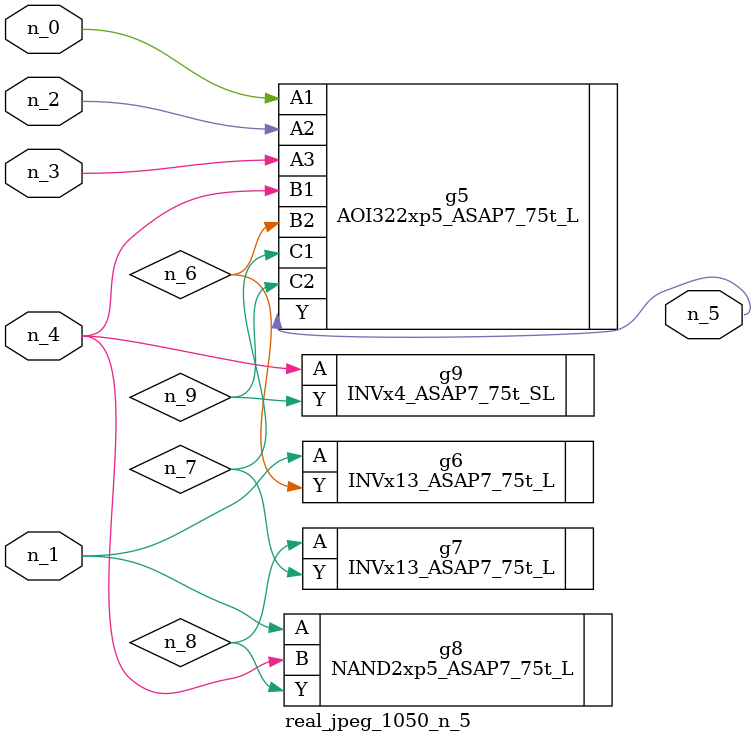
<source format=v>
module real_jpeg_1050_n_5 (n_4, n_0, n_1, n_2, n_3, n_5);

input n_4;
input n_0;
input n_1;
input n_2;
input n_3;

output n_5;

wire n_8;
wire n_6;
wire n_7;
wire n_9;

AOI322xp5_ASAP7_75t_L g5 ( 
.A1(n_0),
.A2(n_2),
.A3(n_3),
.B1(n_4),
.B2(n_6),
.C1(n_7),
.C2(n_9),
.Y(n_5)
);

INVx13_ASAP7_75t_L g6 ( 
.A(n_1),
.Y(n_6)
);

NAND2xp5_ASAP7_75t_L g8 ( 
.A(n_1),
.B(n_4),
.Y(n_8)
);

INVx4_ASAP7_75t_SL g9 ( 
.A(n_4),
.Y(n_9)
);

INVx13_ASAP7_75t_L g7 ( 
.A(n_8),
.Y(n_7)
);


endmodule
</source>
